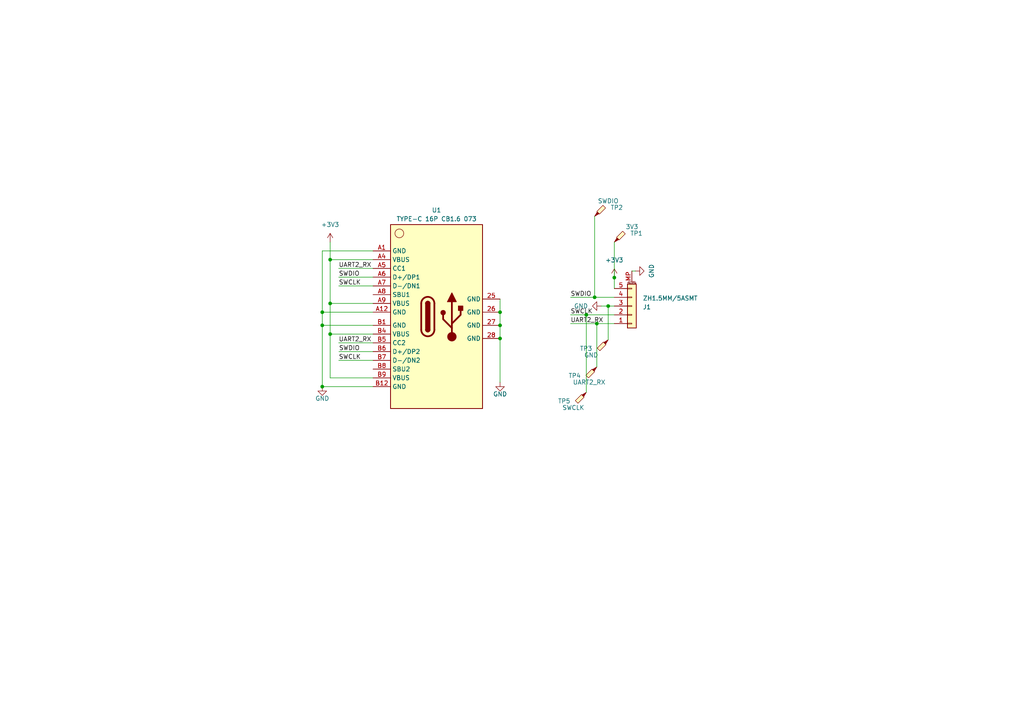
<source format=kicad_sch>
(kicad_sch (version 20230121) (generator eeschema)
  (paper "A4")
  (title_block (title "EZS-01-Switch") (date "2022-10-26") (rev "V0.1") (company "Timye"))
  (lib_symbols
    (symbol "Connector:TestPoint_Probe" (pin_numbers hide) (pin_names (offset 0.762) hide)
      (property "Reference" "TP" (at 1.651 5.842 0))
      (property "Value" "TestPoint_Probe" (at 1.651 4.064 0))
      (symbol "TestPoint_Probe_0_1"
        (polyline (pts (xy 1.27 0.762) (xy 0 0) (xy 0.762 1.27) (xy 1.27 0.762)) (fill (type outline)))
        (polyline (pts (xy 1.397 0.635) (xy 0.635 1.397) (xy 2.413 3.175) (xy 3.175 2.413) (xy 1.397 0.635)) (fill (type background)))
      )
      (symbol "TestPoint_Probe_1_1"
        (pin passive line (at 0 0 90) (length 0) (name "1") (number "1"))
      )
    )
    (symbol "Connector_Generic_MountingPin:Conn_01x05_MountingPin" (pin_names (offset 1.016) hide)
      (property "Reference" "J" (at 0 7.62 0))
      (property "Value" "Conn_01x05_MountingPin" (at 1.27 -7.62 0))
      (symbol "Conn_01x05_MountingPin_1_1"
        (rectangle (start -1.27 -4.953) (end 0 -5.207) (stroke (width 0.1524)))
        (rectangle (start -1.27 -2.413) (end 0 -2.667) (stroke (width 0.1524)))
        (rectangle (start -1.27 0.127) (end 0 -0.127) (stroke (width 0.1524)))
        (rectangle (start -1.27 2.667) (end 0 2.413) (stroke (width 0.1524)))
        (rectangle (start -1.27 5.207) (end 0 4.953) (stroke (width 0.1524)))
        (rectangle (start -1.27 6.35) (end 1.27 -6.35) (stroke (width 0.254)) (fill (type background)))
        (polyline (pts (xy -1.016 -7.112) (xy 1.016 -7.112)) (stroke (width 0.1524)))
        (text "Mounting" (at 0 -6.731 0) (effects (font (size 0.381 0.381))))
        (pin passive line (at -5.08 5.08 0) (length 3.81) (name "Pin_1") (number "1"))
        (pin passive line (at -5.08 2.54 0) (length 3.81) (name "Pin_2") (number "2"))
        (pin passive line (at -5.08 0 0) (length 3.81) (name "Pin_3") (number "3"))
        (pin passive line (at -5.08 -2.54 0) (length 3.81) (name "Pin_4") (number "4"))
        (pin passive line (at -5.08 -5.08 0) (length 3.81) (name "Pin_5") (number "5"))
        (pin passive line (at 0 -10.16 90) (length 3.048) (name "MountPin") (number "MP"))
      )
    )
    (symbol "Ovo_USB_Type-c:TYPE-C 16P CB1.6 073"
      (property "Reference" "U" (at -11.43 17.78 0))
      (property "Value" "TYPE-C 16P CB1.6 073" (at 0 11.43 0))
      (symbol "TYPE-C 16P CB1.6 073_0_1"
        (rectangle (start -12.7 16.51) (end 13.97 -36.83) (stroke (width 0.254)) (fill (type background)))
        (circle (center -10.16 13.97) (radius 1.27))
        (arc (start -3.81 -13.97) (mid -1.905 -15.8667) (end 0 -13.97) (stroke (width 0.508)))
        (arc (start -2.54 -13.97) (mid -1.905 -14.6023) (end -1.27 -13.97) (stroke (width 0.254)))
        (arc (start -2.54 -13.97) (mid -1.905 -14.6023) (end -1.27 -13.97) (stroke (width 0.254)) (fill (type outline)))
        (rectangle (start -2.54 -13.97) (end -1.27 -6.35) (stroke (width 0.254)) (fill (type outline)))
        (arc (start -1.27 -6.35) (mid -1.905 -5.7177) (end -2.54 -6.35) (stroke (width 0.254)))
        (arc (start -1.27 -6.35) (mid -1.905 -5.7177) (end -2.54 -6.35) (stroke (width 0.254)) (fill (type outline)))
        (arc (start 0 -6.35) (mid -1.905 -4.4533) (end -3.81 -6.35) (stroke (width 0.508)))
        (polyline (pts (xy -3.81 -13.97) (xy -3.81 -6.35)) (stroke (width 0.508)))
        (polyline (pts (xy 0 -6.35) (xy 0 -13.97)) (stroke (width 0.508)))
      )
      (symbol "TYPE-C 16P CB1.6 073_1_1"
        (polyline (pts (xy 5.08 -16.002) (xy 5.08 -5.842)) (stroke (width 0.508)))
        (polyline (pts (xy 5.08 -13.462) (xy 2.54 -10.922) (xy 2.54 -9.652)) (stroke (width 0.508)))
        (polyline (pts (xy 5.08 -12.192) (xy 7.62 -9.652) (xy 7.62 -8.382)) (stroke (width 0.508)))
        (polyline (pts (xy 3.81 -5.842) (xy 5.08 -3.302) (xy 6.35 -5.842) (xy 3.81 -5.842)) (stroke (width 0.254)) (fill (type outline)))
        (circle (center 2.54 -9.017) (radius 0.635) (stroke (width 0.254)) (fill (type outline)))
        (circle (center 5.08 -16.002) (radius 1.27) (fill (type outline)))
        (rectangle (start 6.985 -8.382) (end 8.255 -7.112) (stroke (width 0.254)) (fill (type outline)))
        (pin passive line (at 19.05 -5.08 180) (length 5.08) (name "GND") (number "25"))
        (pin passive line (at 19.05 -8.89 180) (length 5.08) (name "GND") (number "26"))
        (pin passive line (at 19.05 -12.7 180) (length 5.08) (name "GND") (number "27"))
        (pin passive line (at 19.05 -16.51 180) (length 5.08) (name "GND") (number "28"))
        (pin passive line (at -17.78 8.89 0) (length 5.08) (name "GND") (number "A1"))
        (pin passive line (at -17.78 -8.89 0) (length 5.08) (name "GND") (number "A12"))
        (pin passive line (at -17.78 6.35 0) (length 5.08) (name "VBUS") (number "A4"))
        (pin bidirectional line (at -17.78 3.81 0) (length 5.08) (name "CC1") (number "A5"))
        (pin bidirectional line (at -17.78 1.27 0) (length 5.08) (name "D+/DP1") (number "A6"))
        (pin bidirectional line (at -17.78 -1.27 0) (length 5.08) (name "D-/DN1") (number "A7"))
        (pin bidirectional line (at -17.78 -3.81 0) (length 5.08) (name "SBU1") (number "A8"))
        (pin passive line (at -17.78 -6.35 0) (length 5.08) (name "VBUS") (number "A9"))
        (pin passive line (at -17.78 -12.7 0) (length 5.08) (name "GND") (number "B1"))
        (pin passive line (at -17.78 -30.48 0) (length 5.08) (name "GND") (number "B12"))
        (pin passive line (at -17.78 -15.24 0) (length 5.08) (name "VBUS") (number "B4"))
        (pin bidirectional line (at -17.78 -17.78 0) (length 5.08) (name "CC2") (number "B5"))
        (pin bidirectional line (at -17.78 -20.32 0) (length 5.08) (name "D+/DP2") (number "B6"))
        (pin bidirectional line (at -17.78 -22.86 0) (length 5.08) (name "D-/DN2") (number "B7"))
        (pin bidirectional line (at -17.78 -25.4 0) (length 5.08) (name "SBU2") (number "B8"))
        (pin passive line (at -17.78 -27.94 0) (length 5.08) (name "VBUS") (number "B9"))
      )
    )
    (symbol "power:+3V3" (power) (pin_names (offset 0))
      (property "Value" "+3V3" (at 0 3.556 0))
      (symbol "+3V3_0_1"
        (polyline (pts (xy -0.762 1.27) (xy 0 2.54)))
        (polyline (pts (xy 0 0) (xy 0 2.54)))
        (polyline (pts (xy 0 2.54) (xy 0.762 1.27)))
      )
      (symbol "+3V3_1_1"
        (pin power_in line (at 0 0 90) (length 0) hide (name "+3V3") (number "1"))
      )
    )
    (symbol "power:GND" (power) (pin_names (offset 0))
      (property "Value" "GND" (at 0 -3.81 0))
      (symbol "GND_0_1"
        (polyline (pts (xy 0 0) (xy 0 -1.27) (xy 1.27 -1.27) (xy 0 -2.54) (xy -1.27 -1.27) (xy 0 -1.27)))
      )
      (symbol "GND_1_1"
        (pin power_in line (at 0 0 270) (length 0) hide (name "GND") (number "1"))
      )
    )
  )
  (junction (at 93.472 90.551))
  (junction (at 176.403 88.773))
  (junction (at 145.034 94.361))
  (junction (at 95.758 75.311))
  (junction (at 145.034 98.171))
  (junction (at 172.466 86.233))
  (junction (at 95.758 96.901))
  (junction (at 178.181 80.518))
  (junction (at 173.101 93.853))
  (junction (at 93.472 94.361))
  (junction (at 170.053 91.313))
  (junction (at 145.034 90.551))
  (junction (at 93.472 112.141))
  (junction (at 95.758 88.011))
  (wire (pts (xy 165.481 91.313) (xy 170.053 91.313)))
  (wire (pts (xy 95.758 109.601) (xy 95.758 96.901)))
  (wire (pts (xy 145.034 98.171) (xy 145.034 110.871)))
  (wire (pts (xy 183.261 78.613) (xy 184.277 78.613)))
  (wire (pts (xy 98.2472 82.931) (xy 108.204 82.931)))
  (wire (pts (xy 93.472 94.361) (xy 93.472 112.141)))
  (wire (pts (xy 178.181 80.518) (xy 178.181 83.693)))
  (wire (pts (xy 108.204 72.771) (xy 93.472 72.771)))
  (wire (pts (xy 95.758 96.901) (xy 108.204 96.901)))
  (wire (pts (xy 170.053 91.313) (xy 178.181 91.313)))
  (wire (pts (xy 108.204 75.311) (xy 95.758 75.311)))
  (wire (pts (xy 108.204 90.551) (xy 93.472 90.551)))
  (wire (pts (xy 176.403 98.552) (xy 176.403 88.773)))
  (wire (pts (xy 172.466 86.233) (xy 178.181 86.233)))
  (wire (pts (xy 98.2472 104.521) (xy 108.204 104.521)))
  (wire (pts (xy 93.472 94.361) (xy 108.204 94.361)))
  (wire (pts (xy 178.181 70.231) (xy 178.181 80.518)))
  (wire (pts (xy 98.298 101.981) (xy 108.204 101.981)))
  (wire (pts (xy 95.758 88.011) (xy 95.758 96.901)))
  (wire (pts (xy 165.481 86.233) (xy 172.466 86.233)))
  (wire (pts (xy 170.053 113.792) (xy 170.053 91.313)))
  (wire (pts (xy 176.403 88.773) (xy 178.181 88.773)))
  (wire (pts (xy 145.034 90.551) (xy 145.034 94.361)))
  (wire (pts (xy 93.472 72.771) (xy 93.472 90.551)))
  (wire (pts (xy 98.2218 99.441) (xy 108.204 99.441)))
  (wire (pts (xy 145.034 86.741) (xy 145.034 90.551)))
  (wire (pts (xy 165.481 93.853) (xy 173.101 93.853)))
  (wire (pts (xy 95.758 75.311) (xy 95.758 88.011)))
  (wire (pts (xy 173.101 106.426) (xy 173.101 93.853)))
  (wire (pts (xy 98.2218 77.851) (xy 108.204 77.851)))
  (wire (pts (xy 108.204 109.601) (xy 95.758 109.601)))
  (wire (pts (xy 93.472 90.551) (xy 93.472 94.361)))
  (wire (pts (xy 172.466 62.738) (xy 172.466 86.233)))
  (wire (pts (xy 145.034 94.361) (xy 145.034 98.171)))
  (wire (pts (xy 174.371 88.773) (xy 176.403 88.773)))
  (wire (pts (xy 173.101 93.853) (xy 178.181 93.853)))
  (wire (pts (xy 108.204 88.011) (xy 95.758 88.011)))
  (wire (pts (xy 108.204 112.141) (xy 93.472 112.141)))
  (wire (pts (xy 95.758 70.231) (xy 95.758 75.311)))
  (wire (pts (xy 98.2472 80.391) (xy 108.204 80.391)))
  (label "SWDIO" (at 98.2472 80.391 0))
  (label "SWDIO" (at 98.298 101.981 0))
  (label "UART2_RX" (at 98.2218 99.441 0))
  (label "SWCLK" (at 165.481 91.313 0))
  (label "UART2_RX" (at 165.481 93.853 0))
  (label "SWCLK" (at 98.2472 104.521 0))
  (label "SWDIO" (at 165.481 86.233 0))
  (label "SWCLK" (at 98.2472 82.931 0))
  (label "UART2_RX" (at 98.2218 77.851 0))
  (symbol (lib_id "power:GND") (at 174.371 88.773 270) (unit 1)
    (property "Reference" "#PWR03" (effects hide))
    (property "Value" "GND" (at 170.561 88.7729 90) (effects (justify right)))
  )
  (symbol (lib_id "Connector_Generic_MountingPin:Conn_01x05_MountingPin") (at 183.261 88.773 0) (mirror x) (unit 1)
    (property "Reference" "J1" (at 186.436 89.0524 0) (effects (justify left)))
    (property "Value" "ZH1.5MM/5ASMT" (at 186.436 86.5124 0) (effects (justify left)))
    (property "Footprint" "Ovo_Connector_JST:JST_ZH_B5B-ZR-SM4-TF_1x05-1MP_P1.50mm_Vertical" (effects hide))
  )
  (symbol (lib_id "power:GND") (at 145.034 110.871 0) (unit 1)
    (property "Reference" "#PWR07" (effects hide))
    (property "Value" "GND" (at 145.034 114.3 0))
  )
  (symbol (lib_id "power:+3V3") (at 178.181 80.518 0) (unit 1)
    (property "Reference" "#PWR04" (effects hide))
    (property "Value" "+3V3" (at 178.181 75.438 0))
  )
  (symbol (lib_id "power:GND") (at 184.277 78.613 90) (unit 1)
    (property "Reference" "#PWR05" (effects hide))
    (property "Value" "GND" (at 188.976 78.613 0))
  )
  (symbol (lib_id "Connector:TestPoint_Probe") (at 176.403 98.552 180) (unit 1)
    (property "Reference" "TP3" (at 168.148 101.092 0) (effects (justify right)))
    (property "Value" "GND" (at 169.418 102.997 0) (effects (justify right)))
    (property "Footprint" "TestPoint:TestPoint_Pad_D1.5mm" (effects hide))
  )
  (symbol (lib_id "power:+3V3") (at 95.758 70.231 0) (unit 1)
    (property "Reference" "#PWR01" (effects hide))
    (property "Value" "+3V3" (at 95.758 65.151 0))
  )
  (symbol (lib_id "Connector:TestPoint_Probe") (at 173.101 106.426 180) (unit 1)
    (property "Reference" "TP4" (at 164.846 108.966 0) (effects (justify right)))
    (property "Value" "UART2_RX" (at 166.116 110.871 0) (effects (justify right)))
    (property "Footprint" "TestPoint:TestPoint_Pad_D1.5mm" (effects hide))
  )
  (symbol (lib_id "Ovo_USB_Type-c:TYPE-C 16P CB1.6 073") (at 125.984 81.661 0) (unit 1)
    (property "Reference" "U1" (at 126.619 60.96 0))
    (property "Value" "TYPE-C 16P CB1.6 073" (at 126.619 63.5 0))
    (property "Footprint" "Ovo_Connector_USB:USB_TYPE-C 16P CB1.6 073" (effects hide))
  )
  (symbol (lib_id "power:GND") (at 93.472 112.141 0) (unit 1)
    (property "Reference" "#PWR06" (effects hide))
    (property "Value" "GND" (at 93.472 115.57 0))
  )
  (symbol (lib_id "Connector:TestPoint_Probe") (at 170.053 113.792 180) (unit 1)
    (property "Reference" "TP5" (at 161.798 116.332 0) (effects (justify right)))
    (property "Value" "SWCLK" (at 163.068 118.237 0) (effects (justify right)))
    (property "Footprint" "TestPoint:TestPoint_Pad_D1.5mm" (effects hide))
  )
  (symbol (lib_id "Connector:TestPoint_Probe") (at 178.181 70.231 0) (unit 1)
    (property "Reference" "TP1" (at 186.436 67.691 0) (effects (justify right)))
    (property "Value" "3V3" (at 185.166 65.786 0) (effects (justify right)))
    (property "Footprint" "TestPoint:TestPoint_Pad_D1.5mm" (effects hide))
  )
  (symbol (lib_id "Connector:TestPoint_Probe") (at 172.466 62.738 0) (unit 1)
    (property "Reference" "TP2" (at 180.721 60.198 0) (effects (justify right)))
    (property "Value" "SWDIO" (at 179.451 58.293 0) (effects (justify right)))
    (property "Footprint" "TestPoint:TestPoint_Pad_D1.5mm" (effects hide))
  )
)
</source>
